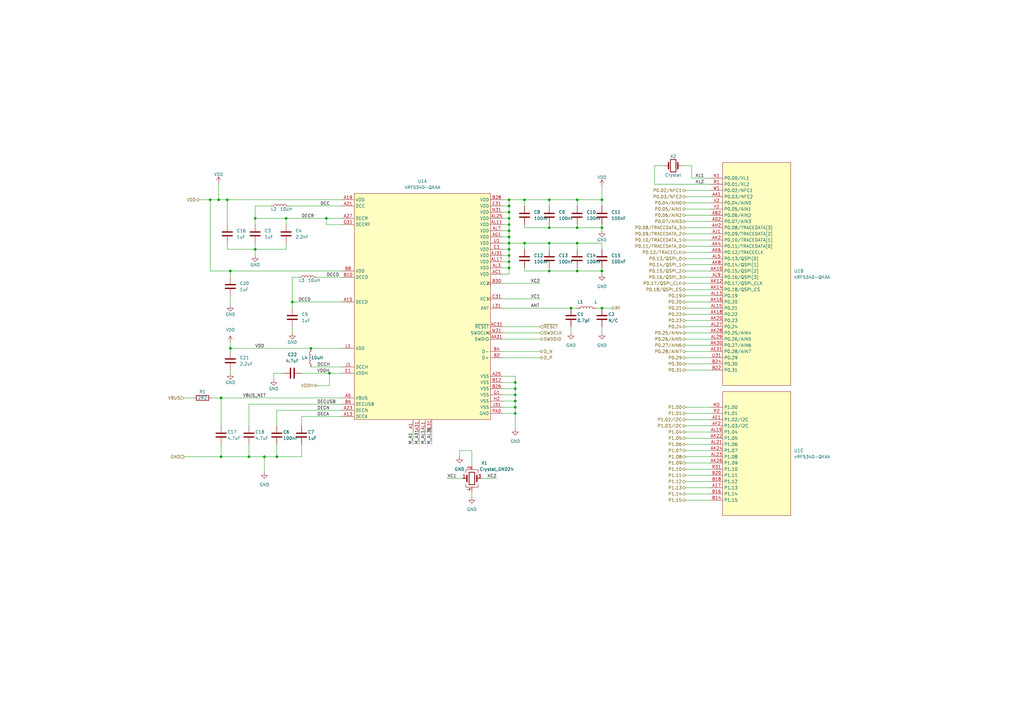
<source format=kicad_sch>
(kicad_sch (version 20230121) (generator eeschema)
  (paper "A3")
  (title_block (title "Spirit Logger") (date "2023-01-23") (rev "0") (company "Specialized Europe GmbH"))
  (lib_symbols
    (symbol "Device:C" (pin_numbers hide) (pin_names (offset 0.254))
      (property "Reference" "C" (at 0.635 2.54 0))
      (property "Value" "C" (at 0.635 -2.54 0))
      (symbol "C_0_1"
        (polyline (pts (xy -2.032 -0.762) (xy 2.032 -0.762)) (stroke (width 0.508)))
        (polyline (pts (xy -2.032 0.762) (xy 2.032 0.762)) (stroke (width 0.508)))
      )
      (symbol "C_1_1"
        (pin passive line (at 0 3.81 270) (length 2.794) (name "~") (number "1"))
        (pin passive line (at 0 -3.81 90) (length 2.794) (name "~") (number "2"))
      )
    )
    (symbol "Device:Crystal" (pin_numbers hide) (pin_names (offset 1.016) hide)
      (property "Reference" "Y" (at 0 3.81 0))
      (property "Value" "Crystal" (at 0 -3.81 0))
      (symbol "Crystal_0_1"
        (rectangle (start -1.143 2.54) (end 1.143 -2.54) (stroke (width 0.3048)))
        (polyline (pts (xy -2.54 0) (xy -1.905 0)))
        (polyline (pts (xy -1.905 -1.27) (xy -1.905 1.27)) (stroke (width 0.508)))
        (polyline (pts (xy 1.905 -1.27) (xy 1.905 1.27)) (stroke (width 0.508)))
        (polyline (pts (xy 2.54 0) (xy 1.905 0)))
      )
      (symbol "Crystal_1_1"
        (pin passive line (at -3.81 0 0) (length 1.27) (name "1") (number "1"))
        (pin passive line (at 3.81 0 180) (length 1.27) (name "2") (number "2"))
      )
    )
    (symbol "Device:Crystal_GND24" (pin_names (offset 1.016) hide)
      (property "Reference" "Y" (at 3.175 5.08 0))
      (property "Value" "Crystal_GND24" (at 3.175 3.175 0))
      (symbol "Crystal_GND24_0_1"
        (rectangle (start -1.143 2.54) (end 1.143 -2.54) (stroke (width 0.3048)))
        (polyline (pts (xy -2.54 0) (xy -2.032 0)))
        (polyline (pts (xy -2.032 -1.27) (xy -2.032 1.27)) (stroke (width 0.508)))
        (polyline (pts (xy 0 -3.81) (xy 0 -3.556)))
        (polyline (pts (xy 0 3.556) (xy 0 3.81)))
        (polyline (pts (xy 2.032 -1.27) (xy 2.032 1.27)) (stroke (width 0.508)))
        (polyline (pts (xy 2.032 0) (xy 2.54 0)))
        (polyline (pts (xy -2.54 -2.286) (xy -2.54 -3.556) (xy 2.54 -3.556) (xy 2.54 -2.286)))
        (polyline (pts (xy -2.54 2.286) (xy -2.54 3.556) (xy 2.54 3.556) (xy 2.54 2.286)))
      )
      (symbol "Crystal_GND24_1_1"
        (pin passive line (at -3.81 0 0) (length 1.27) (name "1") (number "1"))
        (pin passive line (at 0 5.08 270) (length 1.27) (name "2") (number "2"))
        (pin passive line (at 3.81 0 180) (length 1.27) (name "3") (number "3"))
        (pin passive line (at 0 -5.08 90) (length 1.27) (name "4") (number "4"))
      )
    )
    (symbol "Device:L" (pin_numbers hide) (pin_names (offset 1.016) hide)
      (property "Reference" "L" (at -1.27 0 90))
      (property "Value" "L" (at 1.905 0 90))
      (symbol "L_0_1"
        (arc (start 0 -2.54) (mid 0.6323 -1.905) (end 0 -1.27))
        (arc (start 0 -1.27) (mid 0.6323 -0.635) (end 0 0))
        (arc (start 0 0) (mid 0.6323 0.635) (end 0 1.27))
        (arc (start 0 1.27) (mid 0.6323 1.905) (end 0 2.54))
      )
      (symbol "L_1_1"
        (pin passive line (at 0 3.81 270) (length 1.27) (name "1") (number "1"))
        (pin passive line (at 0 -3.81 90) (length 1.27) (name "2") (number "2"))
      )
    )
    (symbol "Device:R" (pin_numbers hide) (pin_names (offset 0))
      (property "Reference" "R" (at 2.032 0 90))
      (property "Value" "R" (at 0 0 90))
      (symbol "R_0_1"
        (rectangle (start -1.016 -2.54) (end 1.016 2.54) (stroke (width 0.254)))
      )
      (symbol "R_1_1"
        (pin passive line (at 0 3.81 270) (length 1.27) (name "~") (number "1"))
        (pin passive line (at 0 -3.81 90) (length 1.27) (name "~") (number "2"))
      )
    )
    (symbol "MCU_Nordic_Custom:nRF5340-QKAA"
      (property "Reference" "U" (at 0 60.96 0))
      (property "Value" "nRF5340-QKAA" (at 0 58.42 0))
      (property "Datasheet" "https://infocenter.nordicsemi.com/topic/struct_nrf53/struct/nrf5340.html" (at 2.54 12.7 90))
      (symbol "nRF5340-QKAA_1_1"
        (rectangle (start 27.94 57.15) (end -27.94 -35.56) (fill (type background)))
        (pin passive line (at -3.81 -40.64 90) (length 5.08) (name "") (number "A1"))
        (pin passive line (at -33.02 -34.29 0) (length 5.08) (name "DECA") (number "A13"))
        (pin passive line (at -33.02 12.7 0) (length 5.08) (name "DECD") (number "A15"))
        (pin power_in line (at -33.02 54.61 0) (length 5.08) (name "VDD") (number "A19"))
        (pin power_out line (at -33.02 52.07 0) (length 5.08) (name "DCC") (number "A21"))
        (pin passive line (at -33.02 -31.75 0) (length 5.08) (name "DECN") (number "A23"))
        (pin power_in line (at 33.02 -17.78 180) (length 5.08) (name "VSS") (number "A25"))
        (pin passive line (at -33.02 46.99 0) (length 5.08) (name "DECR") (number "A27"))
        (pin passive line (at -1.27 -40.64 90) (length 5.08) (name "") (number "A31"))
        (pin power_in line (at -33.02 -26.67 0) (length 5.08) (name "VBUS") (number "A5"))
        (pin bidirectional line (at 33.02 -2.54 180) (length 5.08) (name "SWDIO") (number "AA31"))
        (pin power_in line (at 33.02 24.13 180) (length 5.08) (name "VDD") (number "AC1"))
        (pin input line (at 33.02 2.54 180) (length 5.08) (name "~{RESET}") (number "AC31"))
        (pin power_in line (at 33.02 39.37 180) (length 5.08) (name "VDD") (number "AG1"))
        (pin power_in line (at 33.02 31.75 180) (length 5.08) (name "VDD") (number "AJ31"))
        (pin passive line (at 1.27 -40.64 90) (length 5.08) (name "") (number "AL1"))
        (pin power_in line (at 33.02 44.45 180) (length 5.08) (name "VDD") (number "AL11"))
        (pin power_in line (at 33.02 29.21 180) (length 5.08) (name "VDD") (number "AL17"))
        (pin power_in line (at 33.02 46.99 180) (length 5.08) (name "VDD") (number "AL25"))
        (pin power_in line (at 33.02 26.67 180) (length 5.08) (name "VDD") (number "AL3"))
        (pin passive line (at 3.81 -40.64 90) (length 5.08) (name "") (number "AL31"))
        (pin power_in line (at 33.02 41.91 180) (length 5.08) (name "VDD") (number "AL7"))
        (pin power_out line (at -33.02 22.86 0) (length 5.08) (name "DCCD") (number "B10"))
        (pin power_in line (at 33.02 -20.32 180) (length 5.08) (name "VSS") (number "B12"))
        (pin bidirectional line (at 33.02 -10.16 180) (length 5.08) (name "D+") (number "B2"))
        (pin power_in line (at 33.02 -22.86 180) (length 5.08) (name "VSS") (number "B26"))
        (pin power_in line (at 33.02 54.61 180) (length 5.08) (name "VDD") (number "B28"))
        (pin input clock (at 33.02 20.32 180) (length 5.08) (name "XC2") (number "B30"))
        (pin bidirectional line (at 33.02 -7.62 180) (length 5.08) (name "D-") (number "B4"))
        (pin passive line (at -33.02 -29.21 0) (length 5.08) (name "DECUSB") (number "B6"))
        (pin power_in line (at -33.02 25.4 0) (length 5.08) (name "VDD") (number "B8"))
        (pin power_in line (at 33.02 34.29 180) (length 5.08) (name "VDD") (number "C1"))
        (pin input clock (at 33.02 13.97 180) (length 5.08) (name "XC1") (number "C31"))
        (pin power_in line (at -33.02 -16.51 0) (length 5.08) (name "VDDH") (number "E1"))
        (pin power_in line (at 33.02 52.07 180) (length 5.08) (name "VDD") (number "E31"))
        (pin power_in line (at 33.02 -25.4 180) (length 5.08) (name "VSS") (number "G1"))
        (pin passive line (at -33.02 44.45 0) (length 5.08) (name "DECRF") (number "G31"))
        (pin power_in line (at 33.02 -27.94 180) (length 5.08) (name "VSS") (number "H2"))
        (pin power_out line (at -33.02 -13.97 0) (length 5.08) (name "DCCH") (number "J1"))
        (pin power_in line (at 33.02 -30.48 180) (length 5.08) (name "VSS") (number "J31"))
        (pin power_in line (at -33.02 -6.35 0) (length 5.08) (name "VDD") (number "L1"))
        (pin passive line (at 33.02 10.16 180) (length 5.08) (name "ANT") (number "L31"))
        (pin power_in line (at 33.02 49.53 180) (length 5.08) (name "VDD") (number "N31"))
        (pin power_in line (at 33.02 -33.02 180) (length 5.08) (name "GND") (number "PAD"))
        (pin power_in line (at 33.02 36.83 180) (length 5.08) (name "VDD") (number "U1"))
        (pin input clock (at 33.02 0 180) (length 5.08) (name "SWDCLK") (number "W31"))
      )
      (symbol "nRF5340-QKAA_2_1"
        (rectangle (start -27.94 57.15) (end 0 -34.29) (fill (type background)))
        (pin bidirectional line (at -33.02 43.18 0) (length 5.08) (name "P0.03/NFC2") (number "AA1"))
        (pin bidirectional line (at -33.02 35.56 0) (length 5.08) (name "P0.06/AIN2") (number "AB2"))
        (pin bidirectional line (at -33.02 33.02 0) (length 5.08) (name "P0.07/AIN3") (number "AD2"))
        (pin bidirectional line (at -33.02 -20.32 0) (length 5.08) (name "P0.28/AIN7") (number "AE31"))
        (pin bidirectional line (at -33.02 30.48 0) (length 5.08) (name "P0.08/TRACEDATA[3]") (number "AH2"))
        (pin bidirectional line (at -33.02 27.94 0) (length 5.08) (name "P0.09/TRACEDATA[2]") (number "AJ1"))
        (pin bidirectional line (at -33.02 12.7 0) (length 5.08) (name "P0.15/QSPI[2]") (number "AK10"))
        (pin bidirectional line (at -33.02 7.62 0) (length 5.08) (name "P0.17/QSPI_CLK") (number "AK12"))
        (pin bidirectional line (at -33.02 5.08 0) (length 5.08) (name "P0.18/QSPI_CS") (number "AK14"))
        (pin bidirectional line (at -33.02 0 0) (length 5.08) (name "P0.20") (number "AK16"))
        (pin bidirectional line (at -33.02 -5.08 0) (length 5.08) (name "P0.22") (number "AK18"))
        (pin bidirectional line (at -33.02 25.4 0) (length 5.08) (name "P0.10/TRACEDATA[1]") (number "AK2"))
        (pin bidirectional line (at -33.02 -7.62 0) (length 5.08) (name "P0.23") (number "AK20"))
        (pin bidirectional line (at -33.02 -12.7 0) (length 5.08) (name "P0.25/AIN4") (number "AK28"))
        (pin bidirectional line (at -33.02 -17.78 0) (length 5.08) (name "P0.27/AIN6") (number "AK30"))
        (pin bidirectional line (at -33.02 22.86 0) (length 5.08) (name "P0.11/TRACEDATA[0]") (number "AK4"))
        (pin bidirectional line (at -33.02 20.32 0) (length 5.08) (name "P0.12/TRACECLK") (number "AK6"))
        (pin bidirectional line (at -33.02 15.24 0) (length 5.08) (name "P0.14/QSPI[1]") (number "AK8"))
        (pin bidirectional line (at -33.02 2.54 0) (length 5.08) (name "P0.19") (number "AL13"))
        (pin bidirectional line (at -33.02 -2.54 0) (length 5.08) (name "P0.21") (number "AL15"))
        (pin bidirectional line (at -33.02 -10.16 0) (length 5.08) (name "P0.24") (number "AL27"))
        (pin bidirectional line (at -33.02 -15.24 0) (length 5.08) (name "P0.26/AIN5") (number "AL29"))
        (pin bidirectional line (at -33.02 17.78 0) (length 5.08) (name "P0.13/QSPI[0]") (number "AL5"))
        (pin bidirectional line (at -33.02 10.16 0) (length 5.08) (name "P0.16/QSPI[3]") (number "AL9"))
        (pin bidirectional line (at -33.02 -27.94 0) (length 5.08) (name "P0.31") (number "B22"))
        (pin bidirectional line (at -33.02 -25.4 0) (length 5.08) (name "P0.30") (number "B24"))
        (pin bidirectional line (at -33.02 50.8 0) (length 5.08) (name "P0.00/XL1") (number "N1"))
        (pin bidirectional line (at -33.02 48.26 0) (length 5.08) (name "P0.01/XL2") (number "R1"))
        (pin bidirectional line (at -33.02 -22.86 0) (length 5.08) (name "P0.29") (number "U31"))
        (pin bidirectional line (at -33.02 40.64 0) (length 5.08) (name "P0.04/AIN0") (number "V2"))
        (pin bidirectional line (at -33.02 45.72 0) (length 5.08) (name "P0.02/NFC1") (number "W1"))
        (pin bidirectional line (at -33.02 38.1 0) (length 5.08) (name "P0.05/AIN1") (number "Y2"))
      )
      (symbol "nRF5340-QKAA_3_1"
        (rectangle (start -27.94 57.15) (end 0 6.35) (fill (type background)))
        (pin bidirectional line (at -33.02 17.78 0) (length 5.08) (name "P1.13") (number "A17"))
        (pin bidirectional line (at -33.02 45.72 0) (length 5.08) (name "P1.02/I2C") (number "AE1"))
        (pin bidirectional line (at -33.02 43.18 0) (length 5.08) (name "P1.03/I2C") (number "AF2"))
        (pin bidirectional line (at -33.02 38.1 0) (length 5.08) (name "P1.05") (number "AK22"))
        (pin bidirectional line (at -33.02 33.02 0) (length 5.08) (name "P1.07") (number "AK24"))
        (pin bidirectional line (at -33.02 27.94 0) (length 5.08) (name "P1.09") (number "AK26"))
        (pin bidirectional line (at -33.02 40.64 0) (length 5.08) (name "P1.04") (number "AL19"))
        (pin bidirectional line (at -33.02 35.56 0) (length 5.08) (name "P1.06") (number "AL21"))
        (pin bidirectional line (at -33.02 30.48 0) (length 5.08) (name "P1.08") (number "AL23"))
        (pin bidirectional line (at -33.02 12.7 0) (length 5.08) (name "P1.15") (number "B14"))
        (pin bidirectional line (at -33.02 15.24 0) (length 5.08) (name "P1.14") (number "B16"))
        (pin bidirectional line (at -33.02 20.32 0) (length 5.08) (name "P1.12") (number "B18"))
        (pin bidirectional line (at -33.02 22.86 0) (length 5.08) (name "P1.11") (number "B20"))
        (pin bidirectional line (at -33.02 50.8 0) (length 5.08) (name "P1.00") (number "M2"))
        (pin bidirectional line (at -33.02 48.26 0) (length 5.08) (name "P1.01") (number "P2"))
        (pin bidirectional line (at -33.02 25.4 0) (length 5.08) (name "P1.10") (number "R31"))
      )
    )
    (symbol "power:GND" (power) (pin_names (offset 0))
      (property "Value" "GND" (at 0 -3.81 0))
      (symbol "GND_0_1"
        (polyline (pts (xy 0 0) (xy 0 -1.27) (xy 1.27 -1.27) (xy 0 -2.54) (xy -1.27 -1.27) (xy 0 -1.27)))
      )
      (symbol "GND_1_1"
        (pin power_in line (at 0 0 270) (length 0) hide (name "GND") (number "1"))
      )
    )
    (symbol "power:VDD" (power) (pin_names (offset 0))
      (property "Value" "VDD" (at 0 3.81 0))
      (symbol "VDD_0_1"
        (polyline (pts (xy -0.762 1.27) (xy 0 2.54)))
        (polyline (pts (xy 0 0) (xy 0 2.54)))
        (polyline (pts (xy 0 2.54) (xy 0.762 1.27)))
      )
      (symbol "VDD_1_1"
        (pin power_in line (at 0 0 90) (length 0) hide (name "VDD") (number "1"))
      )
    )
  )
  (junction (at 119.888 123.8504))
  (junction (at 225.298 111.1504))
  (junction (at 215.138 81.9404))
  (junction (at 104.648 89.5604))
  (junction (at 102.108 187.3504))
  (junction (at 208.788 99.7204))
  (junction (at 90.678 187.3504))
  (junction (at 211.328 167.0304))
  (junction (at 94.488 111.1504))
  (junction (at 236.728 81.9404))
  (junction (at 208.788 84.4804))
  (junction (at 208.788 109.8804))
  (junction (at 246.888 111.1504))
  (junction (at 211.328 169.5704))
  (junction (at 208.788 92.1004))
  (junction (at 208.788 107.3404))
  (junction (at 236.728 93.3704))
  (junction (at 234.188 126.3904))
  (junction (at 135.128 153.0604))
  (junction (at 89.662 81.9404))
  (junction (at 246.888 81.9404))
  (junction (at 86.2076 81.9404))
  (junction (at 127.508 142.9004))
  (junction (at 246.888 93.3704))
  (junction (at 236.728 111.1504))
  (junction (at 225.298 81.9404))
  (junction (at 208.788 97.1804))
  (junction (at 246.888 126.3904))
  (junction (at 211.328 156.8704))
  (junction (at 117.348 89.5604))
  (junction (at 208.788 81.9404))
  (junction (at 104.648 102.2604))
  (junction (at 90.678 163.2204))
  (junction (at 108.458 187.3504))
  (junction (at 211.328 159.4104))
  (junction (at 208.788 104.8004))
  (junction (at 93.218 81.9404))
  (junction (at 225.298 99.7204))
  (junction (at 113.538 187.3504))
  (junction (at 94.488 142.9004))
  (junction (at 208.788 89.5604))
  (junction (at 211.328 161.9504))
  (junction (at 225.298 93.3704))
  (junction (at 208.788 87.0204))
  (junction (at 133.858 89.5604))
  (junction (at 215.138 99.7204))
  (junction (at 236.728 99.7204))
  (junction (at 208.788 102.2604))
  (junction (at 211.328 164.4904))
  (junction (at 208.788 94.6404))
  (wire (pts (xy 104.648 99.7204) (xy 104.648 102.2604)))
  (wire (pts (xy 140.208 153.0604) (xy 135.128 153.0604)))
  (wire (pts (xy 208.788 104.8004) (xy 208.788 107.3404)))
  (wire (pts (xy 236.728 93.3704) (xy 225.298 93.3704)))
  (wire (pts (xy 225.298 109.8804) (xy 225.298 111.1504)))
  (wire (pts (xy 281.178 121.3104) (xy 291.338 121.3104)))
  (wire (pts (xy 86.2076 81.9404) (xy 89.662 81.9404)))
  (wire (pts (xy 133.858 89.5604) (xy 117.348 89.5604)))
  (wire (pts (xy 206.248 92.1004) (xy 208.788 92.1004)))
  (wire (pts (xy 174.498 177.1904) (xy 174.498 182.2704)))
  (wire (pts (xy 281.178 90.8304) (xy 291.338 90.8304)))
  (wire (pts (xy 281.178 200.0504) (xy 291.338 200.0504)))
  (wire (pts (xy 130.048 113.6904) (xy 140.208 113.6904)))
  (wire (pts (xy 208.788 84.4804) (xy 208.788 87.0204)))
  (wire (pts (xy 117.348 89.5604) (xy 117.348 92.1004)))
  (wire (pts (xy 117.348 89.5604) (xy 104.648 89.5604)))
  (wire (pts (xy 90.678 174.6504) (xy 90.678 163.2204)))
  (wire (pts (xy 211.328 154.3304) (xy 211.328 156.8704)))
  (wire (pts (xy 234.188 126.3904) (xy 236.728 126.3904)))
  (wire (pts (xy 246.888 93.3704) (xy 246.888 94.6404)))
  (wire (pts (xy 225.298 81.9404) (xy 236.728 81.9404)))
  (wire (pts (xy 246.888 126.3904) (xy 250.698 126.3904)))
  (wire (pts (xy 208.788 112.4204) (xy 206.248 112.4204)))
  (wire (pts (xy 281.178 78.1304) (xy 291.338 78.1304)))
  (wire (pts (xy 104.648 84.4804) (xy 104.648 89.5604)))
  (wire (pts (xy 215.138 111.1504) (xy 215.138 109.8804)))
  (wire (pts (xy 281.178 197.5104) (xy 291.338 197.5104)))
  (wire (pts (xy 90.678 187.3504) (xy 102.108 187.3504)))
  (wire (pts (xy 94.488 113.6904) (xy 94.488 111.1504)))
  (wire (pts (xy 206.248 169.5704) (xy 211.328 169.5704)))
  (wire (pts (xy 206.248 159.4104) (xy 211.328 159.4104)))
  (wire (pts (xy 281.178 106.0704) (xy 291.338 106.0704)))
  (wire (pts (xy 281.178 113.6904) (xy 291.338 113.6904)))
  (wire (pts (xy 211.328 161.9504) (xy 211.328 164.4904)))
  (wire (pts (xy 246.888 111.1504) (xy 246.888 112.4204)))
  (wire (pts (xy 140.208 168.3004) (xy 113.538 168.3004)))
  (wire (pts (xy 206.248 134.0104) (xy 221.488 134.0104)))
  (wire (pts (xy 281.178 136.5504) (xy 291.338 136.5504)))
  (wire (pts (xy 246.888 76.3016) (xy 246.888 81.9404)))
  (wire (pts (xy 281.178 167.0304) (xy 291.338 167.0304)))
  (wire (pts (xy 206.248 122.5804) (xy 221.488 122.5804)))
  (wire (pts (xy 281.178 184.8104) (xy 291.338 184.8104)))
  (wire (pts (xy 281.178 126.3904) (xy 291.338 126.3904)))
  (wire (pts (xy 281.178 202.5904) (xy 291.338 202.5904)))
  (wire (pts (xy 119.888 123.8504) (xy 140.208 123.8504)))
  (wire (pts (xy 206.248 161.9504) (xy 211.328 161.9504)))
  (wire (pts (xy 281.178 144.1704) (xy 291.338 144.1704)))
  (wire (pts (xy 208.788 89.5604) (xy 208.788 92.1004)))
  (wire (pts (xy 206.248 109.8804) (xy 208.788 109.8804)))
  (wire (pts (xy 75.438 163.2204) (xy 79.248 163.2204)))
  (wire (pts (xy 89.662 81.9404) (xy 93.218 81.9404)))
  (wire (pts (xy 93.218 92.1004) (xy 93.218 81.9404)))
  (wire (pts (xy 225.298 93.3704) (xy 215.138 93.3704)))
  (wire (pts (xy 206.248 146.7104) (xy 221.488 146.7104)))
  (wire (pts (xy 215.138 81.9404) (xy 215.138 84.4804)))
  (wire (pts (xy 281.178 177.1904) (xy 291.338 177.1904)))
  (wire (pts (xy 89.662 75.0824) (xy 89.662 81.9404)))
  (wire (pts (xy 206.248 81.9404) (xy 208.788 81.9404)))
  (wire (pts (xy 246.888 92.1004) (xy 246.888 93.3704)))
  (wire (pts (xy 123.698 187.3504) (xy 113.538 187.3504)))
  (wire (pts (xy 208.788 102.2604) (xy 208.788 104.8004)))
  (wire (pts (xy 281.178 128.9304) (xy 291.338 128.9304)))
  (wire (pts (xy 208.788 99.7204) (xy 208.788 102.2604)))
  (wire (pts (xy 208.788 81.9404) (xy 208.788 84.4804)))
  (wire (pts (xy 246.888 109.8804) (xy 246.888 111.1504)))
  (wire (pts (xy 94.488 151.7904) (xy 94.488 153.0604)))
  (wire (pts (xy 215.138 99.7204) (xy 215.138 102.2604)))
  (wire (pts (xy 93.218 102.2604) (xy 104.648 102.2604)))
  (wire (pts (xy 102.108 165.7604) (xy 140.208 165.7604)))
  (wire (pts (xy 206.248 104.8004) (xy 208.788 104.8004)))
  (wire (pts (xy 281.178 118.7704) (xy 291.338 118.7704)))
  (wire (pts (xy 211.328 156.8704) (xy 211.328 159.4104)))
  (wire (pts (xy 127.508 150.5204) (xy 140.208 150.5204)))
  (wire (pts (xy 90.678 182.2704) (xy 90.678 187.3504)))
  (wire (pts (xy 281.178 131.4704) (xy 291.338 131.4704)))
  (wire (pts (xy 113.538 182.2704) (xy 113.538 187.3504)))
  (wire (pts (xy 206.248 102.2604) (xy 208.788 102.2604)))
  (wire (pts (xy 177.038 177.1904) (xy 177.038 182.2704)))
  (wire (pts (xy 104.648 102.2604) (xy 104.648 104.8004)))
  (wire (pts (xy 281.178 98.4504) (xy 291.338 98.4504)))
  (wire (pts (xy 225.298 92.1004) (xy 225.298 93.3704)))
  (wire (pts (xy 171.958 177.1904) (xy 171.958 182.2704)))
  (wire (pts (xy 281.178 85.7504) (xy 291.338 85.7504)))
  (wire (pts (xy 291.338 73.0504) (xy 283.718 73.0504)))
  (wire (pts (xy 281.178 139.0904) (xy 291.338 139.0904)))
  (wire (pts (xy 225.298 99.7204) (xy 225.298 102.2604)))
  (wire (pts (xy 281.178 80.6704) (xy 291.338 80.6704)))
  (wire (pts (xy 117.348 102.2604) (xy 104.648 102.2604)))
  (wire (pts (xy 281.178 151.7904) (xy 291.338 151.7904)))
  (wire (pts (xy 281.178 194.9704) (xy 291.338 194.9704)))
  (wire (pts (xy 94.488 111.1504) (xy 140.208 111.1504)))
  (wire (pts (xy 123.698 182.2704) (xy 123.698 187.3504)))
  (wire (pts (xy 104.648 89.5604) (xy 104.648 92.1004)))
  (wire (pts (xy 113.538 168.3004) (xy 113.538 174.6504)))
  (wire (pts (xy 122.428 113.6904) (xy 119.888 113.6904)))
  (wire (pts (xy 268.478 75.5904) (xy 268.478 67.9704)))
  (wire (pts (xy 215.138 93.3704) (xy 215.138 92.1004)))
  (wire (pts (xy 244.348 126.3904) (xy 246.888 126.3904)))
  (wire (pts (xy 113.538 187.3504) (xy 108.458 187.3504)))
  (wire (pts (xy 206.248 164.4904) (xy 211.328 164.4904)))
  (wire (pts (xy 206.248 89.5604) (xy 208.788 89.5604)))
  (wire (pts (xy 281.178 123.8504) (xy 291.338 123.8504)))
  (wire (pts (xy 188.468 184.8104) (xy 193.548 184.8104)))
  (wire (pts (xy 94.488 142.9004) (xy 94.488 144.1704)))
  (wire (pts (xy 281.178 108.6104) (xy 291.338 108.6104)))
  (wire (pts (xy 246.888 93.3704) (xy 236.728 93.3704)))
  (wire (pts (xy 206.248 154.3304) (xy 211.328 154.3304)))
  (wire (pts (xy 133.858 89.5604) (xy 133.858 92.1004)))
  (wire (pts (xy 86.2076 81.9404) (xy 86.2076 111.1504)))
  (wire (pts (xy 140.208 89.5604) (xy 133.858 89.5604)))
  (wire (pts (xy 281.178 88.2904) (xy 291.338 88.2904)))
  (wire (pts (xy 246.888 111.1504) (xy 236.728 111.1504)))
  (wire (pts (xy 281.178 146.7104) (xy 291.338 146.7104)))
  (wire (pts (xy 102.108 187.3504) (xy 108.458 187.3504)))
  (wire (pts (xy 206.248 87.0204) (xy 208.788 87.0204)))
  (wire (pts (xy 281.178 83.2104) (xy 291.338 83.2104)))
  (wire (pts (xy 281.178 187.3504) (xy 291.338 187.3504)))
  (wire (pts (xy 281.178 189.8904) (xy 291.338 189.8904)))
  (wire (pts (xy 208.788 99.7204) (xy 215.138 99.7204)))
  (wire (pts (xy 119.888 134.0104) (xy 119.888 136.5504)))
  (wire (pts (xy 215.138 81.9404) (xy 225.298 81.9404)))
  (wire (pts (xy 236.728 92.1004) (xy 236.728 93.3704)))
  (wire (pts (xy 236.728 81.9404) (xy 236.728 84.4804)))
  (wire (pts (xy 281.178 103.5304) (xy 291.338 103.5304)))
  (wire (pts (xy 281.178 205.1304) (xy 291.338 205.1304)))
  (wire (pts (xy 206.248 139.0904) (xy 221.488 139.0904)))
  (wire (pts (xy 246.888 81.9404) (xy 246.888 84.4804)))
  (wire (pts (xy 281.178 100.9904) (xy 291.338 100.9904)))
  (wire (pts (xy 206.248 97.1804) (xy 208.788 97.1804)))
  (wire (pts (xy 208.788 94.6404) (xy 208.788 97.1804)))
  (wire (pts (xy 225.298 81.9404) (xy 225.298 84.4804)))
  (wire (pts (xy 281.178 179.7304) (xy 291.338 179.7304)))
  (wire (pts (xy 86.2076 111.1504) (xy 94.488 111.1504)))
  (wire (pts (xy 246.888 134.0104) (xy 246.888 136.5504)))
  (wire (pts (xy 93.218 99.7204) (xy 93.218 102.2604)))
  (wire (pts (xy 268.478 67.9704) (xy 272.288 67.9704)))
  (wire (pts (xy 281.178 174.6504) (xy 291.338 174.6504)))
  (wire (pts (xy 281.178 192.4304) (xy 291.338 192.4304)))
  (wire (pts (xy 94.488 142.9004) (xy 127.508 142.9004)))
  (wire (pts (xy 246.888 99.7204) (xy 246.888 102.2604)))
  (wire (pts (xy 206.248 116.2304) (xy 221.488 116.2304)))
  (wire (pts (xy 281.178 149.2504) (xy 291.338 149.2504)))
  (wire (pts (xy 236.728 99.7204) (xy 236.728 102.2604)))
  (wire (pts (xy 117.348 99.7204) (xy 117.348 102.2604)))
  (wire (pts (xy 116.078 153.0604) (xy 112.268 153.0604)))
  (wire (pts (xy 236.728 99.7204) (xy 246.888 99.7204)))
  (wire (pts (xy 81.788 81.9404) (xy 86.2076 81.9404)))
  (wire (pts (xy 225.298 99.7204) (xy 236.728 99.7204)))
  (wire (pts (xy 110.998 84.4804) (xy 104.648 84.4804)))
  (wire (pts (xy 86.868 163.2204) (xy 90.678 163.2204)))
  (wire (pts (xy 206.248 99.7204) (xy 208.788 99.7204)))
  (wire (pts (xy 94.488 140.3604) (xy 94.488 142.9004)))
  (wire (pts (xy 197.358 196.2404) (xy 203.708 196.2404)))
  (wire (pts (xy 130.048 158.1404) (xy 135.128 158.1404)))
  (wire (pts (xy 93.218 81.9404) (xy 140.208 81.9404)))
  (wire (pts (xy 183.388 196.2404) (xy 189.738 196.2404)))
  (wire (pts (xy 279.908 67.9704) (xy 283.718 67.9704)))
  (wire (pts (xy 188.468 184.8104) (xy 188.468 187.3504)))
  (wire (pts (xy 281.178 116.2304) (xy 291.338 116.2304)))
  (wire (pts (xy 90.678 163.2204) (xy 140.208 163.2204)))
  (wire (pts (xy 225.298 111.1504) (xy 215.138 111.1504)))
  (wire (pts (xy 234.188 134.0104) (xy 234.188 136.5504)))
  (wire (pts (xy 94.488 121.3104) (xy 94.488 125.1204)))
  (wire (pts (xy 108.458 187.3504) (xy 108.458 193.7004)))
  (wire (pts (xy 281.178 182.2704) (xy 291.338 182.2704)))
  (wire (pts (xy 206.248 144.1704) (xy 221.488 144.1704)))
  (wire (pts (xy 140.208 92.1004) (xy 133.858 92.1004)))
  (wire (pts (xy 75.438 187.3504) (xy 90.678 187.3504)))
  (wire (pts (xy 206.248 126.3904) (xy 234.188 126.3904)))
  (wire (pts (xy 123.698 174.6504) (xy 123.698 170.8404)))
  (wire (pts (xy 206.248 84.4804) (xy 208.788 84.4804)))
  (wire (pts (xy 206.248 167.0304) (xy 211.328 167.0304)))
  (wire (pts (xy 208.788 92.1004) (xy 208.788 94.6404)))
  (wire (pts (xy 281.178 95.9104) (xy 291.338 95.9104)))
  (wire (pts (xy 236.728 111.1504) (xy 225.298 111.1504)))
  (wire (pts (xy 281.178 141.6304) (xy 291.338 141.6304)))
  (wire (pts (xy 281.178 172.1104) (xy 291.338 172.1104)))
  (wire (pts (xy 123.698 170.8404) (xy 140.208 170.8404)))
  (wire (pts (xy 206.248 107.3404) (xy 208.788 107.3404)))
  (wire (pts (xy 208.788 87.0204) (xy 208.788 89.5604)))
  (wire (pts (xy 211.328 164.4904) (xy 211.328 167.0304)))
  (wire (pts (xy 135.128 153.0604) (xy 135.128 158.1404)))
  (wire (pts (xy 215.138 99.7204) (xy 225.298 99.7204)))
  (wire (pts (xy 281.178 134.0104) (xy 291.338 134.0104)))
  (wire (pts (xy 291.338 75.5904) (xy 268.478 75.5904)))
  (wire (pts (xy 281.178 169.5704) (xy 291.338 169.5704)))
  (wire (pts (xy 206.248 94.6404) (xy 208.788 94.6404)))
  (wire (pts (xy 135.128 153.0604) (xy 123.698 153.0604)))
  (wire (pts (xy 112.268 153.0604) (xy 112.268 155.6004)))
  (wire (pts (xy 206.248 156.8704) (xy 211.328 156.8704)))
  (wire (pts (xy 283.718 73.0504) (xy 283.718 67.9704)))
  (wire (pts (xy 211.328 169.5704) (xy 211.328 175.9204)))
  (wire (pts (xy 281.178 111.1504) (xy 291.338 111.1504)))
  (wire (pts (xy 193.548 201.3204) (xy 193.548 203.8604)))
  (wire (pts (xy 206.248 136.5504) (xy 221.488 136.5504)))
  (wire (pts (xy 118.618 84.4804) (xy 140.208 84.4804)))
  (wire (pts (xy 102.108 182.2704) (xy 102.108 187.3504)))
  (wire (pts (xy 236.728 81.9404) (xy 246.888 81.9404)))
  (wire (pts (xy 193.548 184.8104) (xy 193.548 191.1604)))
  (wire (pts (xy 102.108 165.7604) (xy 102.108 174.6504)))
  (wire (pts (xy 208.788 109.8804) (xy 208.788 112.4204)))
  (wire (pts (xy 211.328 167.0304) (xy 211.328 169.5704)))
  (wire (pts (xy 281.178 93.3704) (xy 291.338 93.3704)))
  (wire (pts (xy 169.418 177.1904) (xy 169.418 182.2704)))
  (wire (pts (xy 119.888 126.3904) (xy 119.888 123.8504)))
  (wire (pts (xy 208.788 97.1804) (xy 208.788 99.7204)))
  (wire (pts (xy 208.788 107.3404) (xy 208.788 109.8804)))
  (wire (pts (xy 140.208 142.9004) (xy 127.508 142.9004)))
  (wire (pts (xy 208.788 81.9404) (xy 215.138 81.9404)))
  (wire (pts (xy 211.328 159.4104) (xy 211.328 161.9504)))
  (wire (pts (xy 119.888 113.6904) (xy 119.888 123.8504)))
  (wire (pts (xy 236.728 109.8804) (xy 236.728 111.1504)))
  (label "VBUS_NET" (at 99.568 163.2204 0))
  (label "XC1" (at 183.388 196.2404 0))
  (label "XL2" (at 288.798 75.5904 180))
  (label "DCCH" (at 130.048 150.5204 0))
  (label "XC2" (at 221.488 116.2304 180))
  (label "M_A31" (at 171.958 182.2704 90))
  (label "DECUSB" (at 130.048 165.7604 0))
  (label "VDD" (at 108.458 142.9004 180))
  (label "DECN" (at 130.048 168.3004 0))
  (label "DECR" (at 123.698 89.5604 0))
  (label "M_AL1" (at 174.498 182.2704 90))
  (label "XL1" (at 288.798 73.0504 180))
  (label "XC1" (at 221.488 122.5804 180))
  (label "DCC" (at 131.318 84.4804 0))
  (label "DCCD" (at 133.858 113.6904 0))
  (label "DECA" (at 130.048 170.8404 0))
  (label "ANT" (at 217.678 126.3904 0))
  (label "VDDH" (at 130.048 153.0604 0))
  (label "M_A1" (at 169.418 182.2704 90))
  (label "M_AL31" (at 177.038 182.2704 90))
  (label "DECD" (at 127.508 123.8504 180))
  (label "XC2" (at 203.708 196.2404 180))
  (hierarchical_label "P0.24" (shape bidirectional) (at 281.178 134.0104 180))
  (hierarchical_label "P1.05" (shape bidirectional) (at 281.178 179.7304 180))
  (hierarchical_label "P1.13" (shape bidirectional) (at 281.178 200.0504 180))
  (hierarchical_label "P1.07" (shape bidirectional) (at 281.178 184.8104 180))
  (hierarchical_label "P0.30" (shape bidirectional) (at 281.178 149.2504 180))
  (hierarchical_label "P0.26{slash}AIN5" (shape bidirectional) (at 281.178 139.0904 180))
  (hierarchical_label "P1.06" (shape bidirectional) (at 281.178 182.2704 180))
  (hierarchical_label "P0.19" (shape bidirectional) (at 281.178 121.3104 180))
  (hierarchical_label "P0.16{slash}QSPI_3" (shape bidirectional) (at 281.178 113.6904 180))
  (hierarchical_label "P0.07{slash}AIN3" (shape bidirectional) (at 281.178 90.8304 180))
  (hierarchical_label "P0.04{slash}AIN0" (shape bidirectional) (at 281.178 83.2104 180))
  (hierarchical_label "P0.17{slash}QSPI_CLK" (shape bidirectional) (at 281.178 116.2304 180))
  (hierarchical_label "P0.23" (shape bidirectional) (at 281.178 131.4704 180))
  (hierarchical_label "GND" (shape passive) (at 75.438 187.3504 180))
  (hierarchical_label "P1.10" (shape bidirectional) (at 281.178 192.4304 180))
  (hierarchical_label "VDDH" (shape bidirectional) (at 130.048 158.1404 180))
  (hierarchical_label "P1.09" (shape bidirectional) (at 281.178 189.8904 180))
  (hierarchical_label "P0.03{slash}NFC2" (shape bidirectional) (at 281.178 80.6704 180))
  (hierarchical_label "P1.01" (shape bidirectional) (at 281.178 169.5704 180))
  (hierarchical_label "~{RESET}" (shape input) (at 221.488 134.0104 0))
  (hierarchical_label "P1.14" (shape bidirectional) (at 281.178 202.5904 180))
  (hierarchical_label "P1.00" (shape bidirectional) (at 281.178 167.0304 180))
  (hierarchical_label "P0.11{slash}TRACEDATA_0" (shape bidirectional) (at 281.178 100.9904 180))
  (hierarchical_label "P1.04" (shape bidirectional) (at 281.178 177.1904 180))
  (hierarchical_label "P1.15" (shape bidirectional) (at 281.178 205.1304 180))
  (hierarchical_label "P1.11" (shape bidirectional) (at 281.178 194.9704 180))
  (hierarchical_label "VBUS" (shape input) (at 75.438 163.2204 180))
  (hierarchical_label "P0.13{slash}QSPI_0" (shape bidirectional) (at 281.178 106.0704 180))
  (hierarchical_label "P1.12" (shape bidirectional) (at 281.178 197.5104 180))
  (hierarchical_label "P0.29" (shape bidirectional) (at 281.178 146.7104 180))
  (hierarchical_label "P0.20" (shape bidirectional) (at 281.178 123.8504 180))
  (hierarchical_label "D_N" (shape bidirectional) (at 221.488 144.1704 0))
  (hierarchical_label "P1.08" (shape bidirectional) (at 281.178 187.3504 180))
  (hierarchical_label "P0.15{slash}QSPI_2" (shape bidirectional) (at 281.178 111.1504 180))
  (hierarchical_label "D_P" (shape bidirectional) (at 221.488 146.7104 0))
  (hierarchical_label "P0.18{slash}QSPI_CS" (shape bidirectional) (at 281.178 118.7704 180))
  (hierarchical_label "P0.08{slash}TRACEDATA_3" (shape bidirectional) (at 281.178 93.3704 180))
  (hierarchical_label "P0.21" (shape bidirectional) (at 281.178 126.3904 180))
  (hierarchical_label "P0.25{slash}AIN4" (shape bidirectional) (at 281.178 136.5504 180))
  (hierarchical_label "P1.02{slash}I2C" (shape bidirectional) (at 281.178 172.1104 180))
  (hierarchical_label "P0.27{slash}AIN6" (shape bidirectional) (at 281.178 141.6304 180))
  (hierarchical_label "P0.14{slash}QSPI_1" (shape bidirectional) (at 281.178 108.6104 180))
  (hierarchical_label "SWDDIO" (shape bidirectional) (at 221.488 139.0904 0))
  (hierarchical_label "P0.05{slash}AIN1" (shape bidirectional) (at 281.178 85.7504 180))
  (hierarchical_label "SWDCLK" (shape input) (at 221.488 136.5504 0))
  (hierarchical_label "P0.28{slash}AIN7" (shape bidirectional) (at 281.178 144.1704 180))
  (hierarchical_label "P0.09{slash}TRACEDATA_2" (shape bidirectional) (at 281.178 95.9104 180))
  (hierarchical_label "P0.02{slash}NFC1" (shape bidirectional) (at 281.178 78.1304 180))
  (hierarchical_label "P0.12{slash}TRACECLK" (shape bidirectional) (at 281.178 103.5304 180))
  (hierarchical_label "VDD" (shape bidirectional) (at 81.788 81.9404 180))
  (hierarchical_label "RF" (shape bidirectional) (at 250.698 126.3904 0))
  (hierarchical_label "P1.03{slash}I2C" (shape bidirectional) (at 281.178 174.6504 180))
  (hierarchical_label "P0.22" (shape bidirectional) (at 281.178 128.9304 180))
  (hierarchical_label "P0.06{slash}AIN2" (shape bidirectional) (at 281.178 88.2904 180))
  (hierarchical_label "P0.10{slash}TRACEDATA_1" (shape bidirectional) (at 281.178 98.4504 180))
  (hierarchical_label "P0.31" (shape bidirectional) (at 281.178 151.7904 180))
  (symbol (lib_id "Device:L") (at 114.808 84.4804 90) (unit 1)
    (property "Reference" "L2" (at 112.268 85.7504 90))
    (property "Value" "10uH" (at 117.348 85.7504 90))
    (property "Footprint" "Inductor_SMD:L_0603_1608Metric" (effects hide))
  )
  (symbol (lib_id "power:GND") (at 246.888 112.4204 0) (unit 1)
    (property "Reference" "#PWR010" (effects hide))
    (property "Value" "GND" (at 246.888 117.5004 0))
  )
  (symbol (lib_id "power:GND") (at 246.888 94.6404 0) (unit 1)
    (property "Reference" "#PWR09" (effects hide))
    (property "Value" "GND" (at 246.888 98.3996 0))
  )
  (symbol (lib_id "power:GND") (at 246.888 136.5504 0) (unit 1)
    (property "Reference" "#PWR014" (effects hide))
    (property "Value" "GND" (at 246.888 141.6304 0))
  )
  (symbol (lib_id "Device:C") (at 246.888 130.2004 0) (unit 1)
    (property "Reference" "C2" (at 249.428 128.9304 0) (effects (justify left)))
    (property "Value" "N/C" (at 249.428 131.4704 0) (effects (justify left)))
    (property "Footprint" "Capacitor_SMD:C_0201_0603Metric" (effects hide))
  )
  (symbol (lib_id "power:GND") (at 119.888 136.5504 0) (unit 1)
    (property "Reference" "#PWR05" (effects hide))
    (property "Value" "GND" (at 119.888 140.3604 0))
  )
  (symbol (lib_id "Device:C") (at 234.188 130.2004 0) (unit 1)
    (property "Reference" "C1" (at 236.728 128.9304 0) (effects (justify left)))
    (property "Value" "0.7pF" (at 236.728 131.4704 0) (effects (justify left)))
    (property "Footprint" "Capacitor_SMD:C_0201_0603Metric" (effects hide))
  )
  (symbol (lib_id "power:GND") (at 211.328 175.9204 0) (unit 1)
    (property "Reference" "#PWR07" (effects hide))
    (property "Value" "GND" (at 211.328 181.0004 0))
  )
  (symbol (lib_id "Device:L") (at 126.238 113.6904 90) (unit 1)
    (property "Reference" "L3" (at 123.698 114.9604 90))
    (property "Value" "10uH" (at 128.778 114.9604 90))
    (property "Footprint" "Inductor_SMD:L_0603_1608Metric" (effects hide))
  )
  (symbol (lib_id "power:GND") (at 193.548 203.8604 0) (unit 1)
    (property "Reference" "#PWR012" (effects hide))
    (property "Value" "GND" (at 193.548 208.9404 0))
  )
  (symbol (lib_id "MCU_Nordic_Custom:nRF5340-QKAA") (at 324.358 123.8504 0) (unit 2)
    (property "Reference" "U1" (at 325.628 111.1503 0) (effects (justify left)))
    (property "Value" "nRF5340-QKAA" (at 325.628 113.6903 0) (effects (justify left)))
    (property "Footprint" "MCU_Nordic_Custom:Nordic-AQFN-1EP_7x7mm_P0.4mm" (effects hide))
    (property "Datasheet" "https://infocenter.nordicsemi.com/topic/struct_nrf53/struct/nrf5340.html" (effects hide))
  )
  (symbol (lib_id "Device:Crystal_GND24") (at 193.548 196.2404 0) (unit 1)
    (property "Reference" "X1" (at 198.628 189.8904 0))
    (property "Value" "Crystal_GND24" (at 203.708 192.4304 0))
    (property "Footprint" "MCU_Nordic_Accessory:XTAL_32M_4PIN" (effects hide))
  )
  (symbol (lib_id "power:VDD") (at 94.488 140.3604 0) (unit 1)
    (property "Reference" "#PWR0102" (effects hide))
    (property "Value" "VDD" (at 94.488 135.2804 0))
  )
  (symbol (lib_id "Device:C") (at 119.888 153.0604 270) (unit 1)
    (property "Reference" "C22" (at 119.888 145.4404 90))
    (property "Value" "4.7uF" (at 119.888 147.9804 90))
    (property "Footprint" "Capacitor_SMD:C_0603_1608Metric" (effects hide))
  )
  (symbol (lib_id "Device:C") (at 117.348 95.9104 0) (unit 1)
    (property "Reference" "C4" (at 121.158 94.6403 0) (effects (justify left)))
    (property "Value" "2.2nF" (at 121.158 97.1803 0) (effects (justify left)))
    (property "Footprint" "Capacitor_SMD:C_0201_0603Metric" (effects hide))
  )
  (symbol (lib_id "power:VDD") (at 246.888 76.3016 0) (unit 1)
    (property "Reference" "#PWR0135" (effects hide))
    (property "Value" "VDD" (at 246.888 72.7258 0))
  )
  (symbol (lib_id "Device:L") (at 127.508 146.7104 180) (unit 1)
    (property "Reference" "L4" (at 124.968 146.7104 0))
    (property "Value" "10uH" (at 130.048 146.7104 0))
    (property "Footprint" "Inductor_SMD:L_0603_1608Metric" (effects hide))
  )
  (symbol (lib_id "power:GND") (at 94.488 125.1204 0) (unit 1)
    (property "Reference" "#PWR0103" (effects hide))
    (property "Value" "GND" (at 94.488 128.9304 0))
  )
  (symbol (lib_id "MCU_Nordic_Custom:nRF5340-QKAA") (at 324.358 217.8304 0) (unit 3)
    (property "Reference" "U1" (at 325.628 184.8103 0) (effects (justify left)))
    (property "Value" "nRF5340-QKAA" (at 325.628 187.3503 0) (effects (justify left)))
    (property "Footprint" "MCU_Nordic_Custom:Nordic-AQFN-1EP_7x7mm_P0.4mm" (effects hide))
    (property "Datasheet" "https://infocenter.nordicsemi.com/topic/struct_nrf53/struct/nrf5340.html" (effects hide))
  )
  (symbol (lib_id "power:GND") (at 234.188 136.5504 0) (unit 1)
    (property "Reference" "#PWR013" (effects hide))
    (property "Value" "GND" (at 234.188 141.6304 0))
  )
  (symbol (lib_id "power:GND") (at 94.488 153.0604 0) (unit 1)
    (property "Reference" "#PWR0106" (effects hide))
    (property "Value" "GND" (at 94.488 156.8704 0))
  )
  (symbol (lib_id "Device:C") (at 94.488 147.9804 0) (unit 1)
    (property "Reference" "C21" (at 98.298 146.7103 0) (effects (justify left)))
    (property "Value" "2.2uF" (at 98.298 149.2503 0) (effects (justify left)))
    (property "Footprint" "Capacitor_SMD:C_0603_1608Metric" (effects hide))
  )
  (symbol (lib_id "power:GND") (at 104.648 104.8004 0) (unit 1)
    (property "Reference" "#PWR03" (effects hide))
    (property "Value" "GND" (at 104.648 108.6104 0))
  )
  (symbol (lib_id "Device:Crystal") (at 276.098 67.9704 0) (unit 1)
    (property "Reference" "X2" (at 276.098 64.1604 0))
    (property "Value" "Crystal" (at 276.098 71.7804 0))
    (property "Footprint" "MCU_Nordic_Accessory:XTAL_32768Hz_2PIN" (effects hide))
  )
  (symbol (lib_id "Device:C") (at 246.888 106.0704 0) (unit 1)
    (property "Reference" "C15" (at 250.698 104.8003 0) (effects (justify left)))
    (property "Value" "100nF" (at 250.698 107.3403 0) (effects (justify left)))
    (property "Footprint" "Capacitor_SMD:C_0201_0603Metric" (effects hide))
  )
  (symbol (lib_id "Device:C") (at 215.138 88.2904 0) (unit 1)
    (property "Reference" "C8" (at 218.948 87.0203 0) (effects (justify left)))
    (property "Value" "100nF" (at 218.948 89.5603 0) (effects (justify left)))
    (property "Footprint" "Capacitor_SMD:C_0201_0603Metric" (effects hide))
  )
  (symbol (lib_id "Device:C") (at 94.488 117.5004 0) (unit 1)
    (property "Reference" "C20" (at 98.298 116.2303 0) (effects (justify left)))
    (property "Value" "1uF" (at 98.298 118.7703 0) (effects (justify left)))
    (property "Footprint" "Capacitor_SMD:C_0402_1005Metric" (effects hide))
  )
  (symbol (lib_id "Device:C") (at 225.298 106.0704 0) (unit 1)
    (property "Reference" "C13" (at 229.108 104.8003 0) (effects (justify left)))
    (property "Value" "100nF" (at 229.108 107.3403 0) (effects (justify left)))
    (property "Footprint" "Capacitor_SMD:C_0201_0603Metric" (effects hide))
  )
  (symbol (lib_id "Device:C") (at 119.888 130.2004 0) (unit 1)
    (property "Reference" "C5" (at 123.698 128.9303 0) (effects (justify left)))
    (property "Value" "1uF" (at 123.698 131.4703 0) (effects (justify left)))
    (property "Footprint" "Capacitor_SMD:C_0402_1005Metric" (effects hide))
  )
  (symbol (lib_id "Device:C") (at 225.298 88.2904 0) (unit 1)
    (property "Reference" "C9" (at 229.108 87.0203 0) (effects (justify left)))
    (property "Value" "100nF" (at 229.108 89.5603 0) (effects (justify left)))
    (property "Footprint" "Capacitor_SMD:C_0201_0603Metric" (effects hide))
  )
  (symbol (lib_id "Device:C") (at 123.698 178.4604 0) (unit 1)
    (property "Reference" "C7" (at 126.238 177.1904 0) (effects (justify left)))
    (property "Value" "1uF" (at 126.238 179.7304 0) (effects (justify left)))
    (property "Footprint" "Capacitor_SMD:C_0402_1005Metric" (effects hide))
  )
  (symbol (lib_id "Device:C") (at 236.728 106.0704 0) (unit 1)
    (property "Reference" "C14" (at 240.538 104.8003 0) (effects (justify left)))
    (property "Value" "100nF" (at 240.538 107.3403 0) (effects (justify left)))
    (property "Footprint" "Capacitor_SMD:C_0201_0603Metric" (effects hide))
  )
  (symbol (lib_id "Device:C") (at 93.218 95.9104 0) (unit 1)
    (property "Reference" "C16" (at 97.028 94.6403 0) (effects (justify left)))
    (property "Value" "1uF" (at 97.028 97.1803 0) (effects (justify left)))
    (property "Footprint" "Capacitor_SMD:C_0402_1005Metric" (effects hide))
  )
  (symbol (lib_id "Device:C") (at 104.648 95.9104 0) (unit 1)
    (property "Reference" "C3" (at 108.458 94.6403 0) (effects (justify left)))
    (property "Value" "1uF" (at 108.458 97.1803 0) (effects (justify left)))
    (property "Footprint" "Capacitor_SMD:C_0402_1005Metric" (effects hide))
  )
  (symbol (lib_id "Device:C") (at 90.678 178.4604 0) (unit 1)
    (property "Reference" "C17" (at 93.218 177.1904 0) (effects (justify left)))
    (property "Value" "4.7uF" (at 93.218 179.7304 0) (effects (justify left)))
    (property "Footprint" "Capacitor_SMD:C_0603_1608Metric" (effects hide))
  )
  (symbol (lib_id "Device:C") (at 215.138 106.0704 0) (unit 1)
    (property "Reference" "C12" (at 218.948 104.8003 0) (effects (justify left)))
    (property "Value" "100nF" (at 218.948 107.3403 0) (effects (justify left)))
    (property "Footprint" "Capacitor_SMD:C_0201_0603Metric" (effects hide))
  )
  (symbol (lib_id "Device:C") (at 246.888 88.2904 0) (unit 1)
    (property "Reference" "C11" (at 250.698 87.0203 0) (effects (justify left)))
    (property "Value" "100nF" (at 250.698 89.5603 0) (effects (justify left)))
    (property "Footprint" "Capacitor_SMD:C_0201_0603Metric" (effects hide))
  )
  (symbol (lib_id "power:GND") (at 108.458 193.7004 0) (unit 1)
    (property "Reference" "#PWR04" (effects hide))
    (property "Value" "GND" (at 108.458 198.7804 0))
  )
  (symbol (lib_id "Device:C") (at 113.538 178.4604 0) (unit 1)
    (property "Reference" "C6" (at 116.078 177.1904 0) (effects (justify left)))
    (property "Value" "100nF" (at 116.078 179.7304 0) (effects (justify left)))
    (property "Footprint" "Capacitor_SMD:C_0201_0603Metric" (effects hide))
  )
  (symbol (lib_id "MCU_Nordic_Custom:nRF5340-QKAA") (at 173.228 136.5504 0) (unit 1)
    (property "Reference" "U1" (at 173.228 74.3204 0))
    (property "Value" "nRF5340-QKAA" (at 173.228 76.8604 0))
    (property "Footprint" "MCU_Nordic_Custom:Nordic-AQFN-1EP_7x7mm_P0.4mm" (effects hide))
    (property "Datasheet" "https://infocenter.nordicsemi.com/topic/struct_nrf53/struct/nrf5340.html" (effects hide))
  )
  (symbol (lib_id "power:GND") (at 188.468 187.3504 0) (unit 1)
    (property "Reference" "#PWR011" (effects hide))
    (property "Value" "GND" (at 188.468 192.4304 0))
  )
  (symbol (lib_id "Device:C") (at 236.728 88.2904 0) (unit 1)
    (property "Reference" "C10" (at 240.538 87.0203 0) (effects (justify left)))
    (property "Value" "100nF" (at 240.538 89.5603 0) (effects (justify left)))
    (property "Footprint" "Capacitor_SMD:C_0201_0603Metric" (effects hide))
  )
  (symbol (lib_id "Device:L") (at 240.538 126.3904 90) (unit 1)
    (property "Reference" "L1" (at 237.998 123.8504 90))
    (property "Value" "L" (at 244.348 123.8504 90))
    (property "Footprint" "Inductor_SMD:L_0201_0603Metric" (effects hide))
  )
  (symbol (lib_id "power:GND") (at 112.268 155.6004 0) (unit 1)
    (property "Reference" "#PWR0104" (effects hide))
    (property "Value" "GND" (at 112.268 159.4104 0))
  )
  (symbol (lib_id "Device:R") (at 83.058 163.2204 90) (unit 1)
    (property "Reference" "R1" (at 83.058 160.6804 90))
    (property "Value" "2R2" (at 83.058 163.2204 90))
    (property "Footprint" "Resistor_SMD:R_0201_0603Metric" (effects hide))
  )
  (symbol (lib_id "power:VDD") (at 89.662 75.0824 0) (unit 1)
    (property "Reference" "#PWR0149" (effects hide))
    (property "Value" "VDD" (at 89.662 71.5066 0))
  )
  (symbol (lib_id "Device:C") (at 102.108 178.4604 0) (unit 1)
    (property "Reference" "C18" (at 104.648 177.1904 0) (effects (justify left)))
    (property "Value" "4.7uF" (at 104.648 179.7304 0) (effects (justify left)))
    (property "Footprint" "Capacitor_SMD:C_0603_1608Metric" (effects hide))
  )
)
</source>
